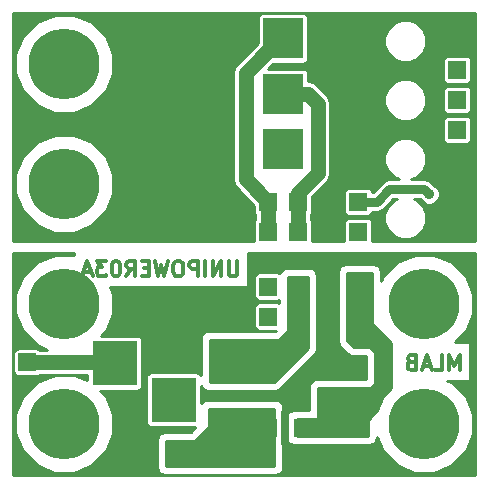
<source format=gbr>
G04 #@! TF.FileFunction,Copper,L2,Bot,Signal*
%FSLAX46Y46*%
G04 Gerber Fmt 4.6, Leading zero omitted, Abs format (unit mm)*
G04 Created by KiCad (PCBNEW 4.0.1-stable) date 18. 2. 2016 11:55:29*
%MOMM*%
G01*
G04 APERTURE LIST*
%ADD10C,0.300000*%
%ADD11C,6.000000*%
%ADD12R,1.524000X1.524000*%
%ADD13R,3.810000X3.810000*%
%ADD14R,1.300000X1.500000*%
%ADD15R,0.700000X3.000000*%
%ADD16R,3.400000X3.400000*%
%ADD17R,2.499360X1.800860*%
%ADD18R,3.810000X3.330000*%
%ADD19C,0.890000*%
%ADD20C,1.300000*%
%ADD21C,0.800000*%
%ADD22C,0.254000*%
G04 APERTURE END LIST*
D10*
X38552166Y9635405D02*
X38552166Y10935405D01*
X38118833Y10006833D01*
X37685500Y10935405D01*
X37685500Y9635405D01*
X36447405Y9635405D02*
X37066452Y9635405D01*
X37066452Y10935405D01*
X36075976Y10006833D02*
X35456928Y10006833D01*
X36199785Y9635405D02*
X35766452Y10935405D01*
X35333119Y9635405D01*
X34466452Y10316357D02*
X34280738Y10254452D01*
X34218833Y10192548D01*
X34156928Y10068738D01*
X34156928Y9883024D01*
X34218833Y9759214D01*
X34280738Y9697310D01*
X34404547Y9635405D01*
X34899785Y9635405D01*
X34899785Y10935405D01*
X34466452Y10935405D01*
X34342642Y10873500D01*
X34280738Y10811595D01*
X34218833Y10687786D01*
X34218833Y10563976D01*
X34280738Y10440167D01*
X34342642Y10378262D01*
X34466452Y10316357D01*
X34899785Y10316357D01*
X19740547Y18872905D02*
X19740547Y17820524D01*
X19678642Y17696714D01*
X19616738Y17634810D01*
X19492928Y17572905D01*
X19245309Y17572905D01*
X19121500Y17634810D01*
X19059595Y17696714D01*
X18997690Y17820524D01*
X18997690Y18872905D01*
X18378642Y17572905D02*
X18378642Y18872905D01*
X17635785Y17572905D01*
X17635785Y18872905D01*
X17016737Y17572905D02*
X17016737Y18872905D01*
X16397689Y17572905D02*
X16397689Y18872905D01*
X15902451Y18872905D01*
X15778642Y18811000D01*
X15716737Y18749095D01*
X15654832Y18625286D01*
X15654832Y18439571D01*
X15716737Y18315762D01*
X15778642Y18253857D01*
X15902451Y18191952D01*
X16397689Y18191952D01*
X14850070Y18872905D02*
X14602451Y18872905D01*
X14478642Y18811000D01*
X14354832Y18687190D01*
X14292927Y18439571D01*
X14292927Y18006238D01*
X14354832Y17758619D01*
X14478642Y17634810D01*
X14602451Y17572905D01*
X14850070Y17572905D01*
X14973880Y17634810D01*
X15097689Y17758619D01*
X15159594Y18006238D01*
X15159594Y18439571D01*
X15097689Y18687190D01*
X14973880Y18811000D01*
X14850070Y18872905D01*
X13859594Y18872905D02*
X13550070Y17572905D01*
X13302451Y18501476D01*
X13054832Y17572905D01*
X12745308Y18872905D01*
X12250070Y18253857D02*
X11816737Y18253857D01*
X11631023Y17572905D02*
X12250070Y17572905D01*
X12250070Y18872905D01*
X11631023Y18872905D01*
X10331023Y17572905D02*
X10764356Y18191952D01*
X11073880Y17572905D02*
X11073880Y18872905D01*
X10578642Y18872905D01*
X10454833Y18811000D01*
X10392928Y18749095D01*
X10331023Y18625286D01*
X10331023Y18439571D01*
X10392928Y18315762D01*
X10454833Y18253857D01*
X10578642Y18191952D01*
X11073880Y18191952D01*
X9526261Y18872905D02*
X9402452Y18872905D01*
X9278642Y18811000D01*
X9216737Y18749095D01*
X9154833Y18625286D01*
X9092928Y18377667D01*
X9092928Y18068143D01*
X9154833Y17820524D01*
X9216737Y17696714D01*
X9278642Y17634810D01*
X9402452Y17572905D01*
X9526261Y17572905D01*
X9650071Y17634810D01*
X9711975Y17696714D01*
X9773880Y17820524D01*
X9835785Y18068143D01*
X9835785Y18377667D01*
X9773880Y18625286D01*
X9711975Y18749095D01*
X9650071Y18811000D01*
X9526261Y18872905D01*
X8659595Y18872905D02*
X7854833Y18872905D01*
X8288166Y18377667D01*
X8102452Y18377667D01*
X7978642Y18315762D01*
X7916738Y18253857D01*
X7854833Y18130048D01*
X7854833Y17820524D01*
X7916738Y17696714D01*
X7978642Y17634810D01*
X8102452Y17572905D01*
X8473880Y17572905D01*
X8597690Y17634810D01*
X8659595Y17696714D01*
X7359595Y17944333D02*
X6740547Y17944333D01*
X7483404Y17572905D02*
X7050071Y18872905D01*
X6616738Y17572905D01*
D11*
X35560000Y15240000D03*
D12*
X29972000Y2095500D03*
X27432000Y2095500D03*
X29972000Y4635500D03*
X27432000Y4635500D03*
X29972000Y7175500D03*
X27432000Y7175500D03*
X29972000Y9715500D03*
X27432000Y9715500D03*
D13*
X14351000Y13312000D03*
X14351000Y7112000D03*
X9351000Y10212000D03*
D14*
X22462500Y4699000D03*
D15*
X23812500Y4699000D03*
D14*
X25162500Y4699000D03*
D12*
X22352000Y14160500D03*
X22352000Y16700500D03*
X22352000Y21336000D03*
X22352000Y23876000D03*
X24892000Y21336000D03*
X24892000Y23876000D03*
X24892000Y14160500D03*
X24892000Y16700500D03*
X38354000Y35052000D03*
X38354000Y29972000D03*
D16*
X23622000Y28320000D03*
X23622000Y33020000D03*
X23622000Y37720000D03*
D11*
X5080000Y15240000D03*
X35560000Y5080000D03*
X5080000Y5080000D03*
X5080000Y25400000D03*
X5080000Y35560000D03*
D12*
X38354000Y32512000D03*
D17*
X11018520Y2540000D03*
X15016480Y2540000D03*
D12*
X29972000Y14160500D03*
X29972000Y16700500D03*
X29972000Y21336000D03*
X29972000Y23876000D03*
X27432000Y21336000D03*
X27432000Y23876000D03*
X27432000Y14160500D03*
X27432000Y16700500D03*
D18*
X19367500Y10403000D03*
X19367500Y4583000D03*
D12*
X1968500Y10287000D03*
D19*
X13081000Y24130000D03*
X36004500Y24511000D03*
D20*
X1968500Y10287000D02*
X9276000Y10287000D01*
X9276000Y10287000D02*
X9351000Y10212000D01*
D21*
X35559501Y24955999D02*
X32613999Y24955999D01*
X32613999Y24955999D02*
X31534000Y23876000D01*
X31534000Y23876000D02*
X29972000Y23876000D01*
X36004500Y24511000D02*
X35559501Y24955999D01*
D20*
X20447000Y34775002D02*
X20447000Y25781000D01*
X23622000Y37720000D02*
X23391998Y37720000D01*
X23391998Y37720000D02*
X20447000Y34775002D01*
X22352000Y23876000D02*
X20447000Y25781000D01*
X22352000Y21336000D02*
X22352000Y23876000D01*
X26543000Y32194500D02*
X25717500Y33020000D01*
X25717500Y33020000D02*
X23622000Y33020000D01*
X26543000Y26310998D02*
X26543000Y32194500D01*
X24892000Y23876000D02*
X24892000Y24659998D01*
X24892000Y24659998D02*
X26543000Y26310998D01*
X24892000Y21336000D02*
X24892000Y23876000D01*
D22*
G36*
X22815060Y6199000D02*
X22815060Y3199000D01*
X22859338Y2963683D01*
X22860000Y2962654D01*
X22860000Y1524000D01*
X13716000Y1524000D01*
X13716000Y3619500D01*
X16065500Y3619500D01*
X16114910Y3629506D01*
X16155303Y3656697D01*
X17298303Y4799697D01*
X17326166Y4841711D01*
X17335500Y4889500D01*
X17335500Y6350000D01*
X22845638Y6350000D01*
X22815060Y6199000D01*
X22815060Y6199000D01*
G37*
X22815060Y6199000D02*
X22815060Y3199000D01*
X22859338Y2963683D01*
X22860000Y2962654D01*
X22860000Y1524000D01*
X13716000Y1524000D01*
X13716000Y3619500D01*
X16065500Y3619500D01*
X16114910Y3629506D01*
X16155303Y3656697D01*
X17298303Y4799697D01*
X17326166Y4841711D01*
X17335500Y4889500D01*
X17335500Y6350000D01*
X22845638Y6350000D01*
X22815060Y6199000D01*
G36*
X30797500Y4064000D02*
X24809940Y4064000D01*
X24809940Y5461000D01*
X30797500Y5461000D01*
X30797500Y4064000D01*
X30797500Y4064000D01*
G37*
X30797500Y4064000D02*
X24809940Y4064000D01*
X24809940Y5461000D01*
X30797500Y5461000D01*
X30797500Y4064000D01*
G36*
X31115000Y13652500D02*
X31125006Y13603090D01*
X31152197Y13562697D01*
X32766000Y11948894D01*
X32766000Y8122245D01*
X32063340Y7420810D01*
X31562821Y6215427D01*
X30871145Y5523751D01*
X26606500Y5462827D01*
X26606500Y8128000D01*
X30988000Y8128000D01*
X31037410Y8138006D01*
X31077803Y8165197D01*
X31395303Y8482697D01*
X31423166Y8524711D01*
X31432500Y8572500D01*
X31432500Y11049000D01*
X31422494Y11098410D01*
X31395303Y11138803D01*
X31014303Y11519803D01*
X30972289Y11547666D01*
X30924500Y11557000D01*
X29580106Y11557000D01*
X29019500Y12117606D01*
X29019500Y17843500D01*
X31115000Y17843500D01*
X31115000Y13652500D01*
X31115000Y13652500D01*
G37*
X31115000Y13652500D02*
X31125006Y13603090D01*
X31152197Y13562697D01*
X32766000Y11948894D01*
X32766000Y8122245D01*
X32063340Y7420810D01*
X31562821Y6215427D01*
X30871145Y5523751D01*
X26606500Y5462827D01*
X26606500Y8128000D01*
X30988000Y8128000D01*
X31037410Y8138006D01*
X31077803Y8165197D01*
X31395303Y8482697D01*
X31423166Y8524711D01*
X31432500Y8572500D01*
X31432500Y11049000D01*
X31422494Y11098410D01*
X31395303Y11138803D01*
X31014303Y11519803D01*
X30972289Y11547666D01*
X30924500Y11557000D01*
X29580106Y11557000D01*
X29019500Y12117606D01*
X29019500Y17843500D01*
X31115000Y17843500D01*
X31115000Y13652500D01*
G36*
X25717500Y11482606D02*
X22870894Y8636000D01*
X17399000Y8636000D01*
X17399000Y12192000D01*
X23241000Y12192000D01*
X23290410Y12202006D01*
X23330803Y12229197D01*
X24029303Y12927697D01*
X24057166Y12969711D01*
X24066500Y13017500D01*
X24066500Y17526000D01*
X25717500Y17526000D01*
X25717500Y11482606D01*
X25717500Y11482606D01*
G37*
X25717500Y11482606D02*
X22870894Y8636000D01*
X17399000Y8636000D01*
X17399000Y12192000D01*
X23241000Y12192000D01*
X23290410Y12202006D01*
X23330803Y12229197D01*
X24029303Y12927697D01*
X24057166Y12969711D01*
X24066500Y13017500D01*
X24066500Y17526000D01*
X25717500Y17526000D01*
X25717500Y11482606D01*
G36*
X5915929Y19361542D02*
X5904513Y19366282D01*
X4262690Y19367715D01*
X2745296Y18740741D01*
X1583340Y17580810D01*
X953718Y16064513D01*
X952285Y14422690D01*
X1579259Y12905296D01*
X2739190Y11743340D01*
X3652741Y11364000D01*
X3025840Y11364000D01*
X2899881Y11450064D01*
X2730500Y11484365D01*
X1206500Y11484365D01*
X1048263Y11454591D01*
X902933Y11361073D01*
X805436Y11218381D01*
X771135Y11049000D01*
X771135Y9525000D01*
X800909Y9366763D01*
X894427Y9221433D01*
X1037119Y9123936D01*
X1206500Y9089635D01*
X2730500Y9089635D01*
X2888737Y9119409D01*
X3029518Y9210000D01*
X7010635Y9210000D01*
X7010635Y8746980D01*
X5904513Y9206282D01*
X4262690Y9207715D01*
X2745296Y8580741D01*
X1583340Y7420810D01*
X953718Y5904513D01*
X952285Y4262690D01*
X1579259Y2745296D01*
X2739190Y1583340D01*
X4255487Y953718D01*
X5897310Y952285D01*
X7414704Y1579259D01*
X8576660Y2739190D01*
X9206282Y4255487D01*
X9207715Y5897310D01*
X8580741Y7414704D01*
X8124606Y7871635D01*
X11256000Y7871635D01*
X11414237Y7901409D01*
X11559567Y7994927D01*
X11657064Y8137619D01*
X11691365Y8307000D01*
X11691365Y9017000D01*
X12010635Y9017000D01*
X12010635Y5207000D01*
X12040409Y5048763D01*
X12133927Y4903433D01*
X12276619Y4805936D01*
X12446000Y4771635D01*
X16192609Y4771635D01*
X15802474Y4381500D01*
X13589000Y4381500D01*
X13358205Y4338073D01*
X13146233Y4201673D01*
X13004029Y3993551D01*
X12954000Y3746500D01*
X12954000Y1397000D01*
X12997427Y1166205D01*
X13133827Y954233D01*
X13341949Y812029D01*
X13589000Y762000D01*
X22987000Y762000D01*
X23217795Y805427D01*
X23429767Y941827D01*
X23571971Y1149949D01*
X23622000Y1397000D01*
X23622000Y5588000D01*
X23876000Y5588000D01*
X23876000Y3937000D01*
X23919427Y3706205D01*
X24055827Y3494233D01*
X24263949Y3352029D01*
X24511000Y3302000D01*
X30924500Y3302000D01*
X31155295Y3345427D01*
X31367267Y3481827D01*
X31509471Y3689949D01*
X31559500Y3937000D01*
X31559500Y3954806D01*
X32059259Y2745296D01*
X33219190Y1583340D01*
X34735487Y953718D01*
X36377310Y952285D01*
X37894704Y1579259D01*
X39056660Y2739190D01*
X39686282Y4255487D01*
X39687715Y5897310D01*
X39060741Y7414704D01*
X37900810Y8576660D01*
X37515873Y8736500D01*
X39438691Y8736500D01*
X39438691Y12010500D01*
X38166419Y12010500D01*
X39056660Y12899190D01*
X39686282Y14415487D01*
X39687715Y16057310D01*
X39060741Y17574704D01*
X37900810Y18736660D01*
X36384513Y19366282D01*
X34742690Y19367715D01*
X33225296Y18740741D01*
X32063340Y17580810D01*
X31877000Y17132054D01*
X31877000Y17970500D01*
X31833573Y18201295D01*
X31697173Y18413267D01*
X31489051Y18555471D01*
X31242000Y18605500D01*
X28892500Y18605500D01*
X28661705Y18562073D01*
X28449733Y18425673D01*
X28307529Y18217551D01*
X28257500Y17970500D01*
X28257500Y12065000D01*
X28304172Y11826054D01*
X28443487Y11615987D01*
X29078487Y10980987D01*
X29280449Y10845029D01*
X29527500Y10795000D01*
X30661474Y10795000D01*
X30670500Y10785974D01*
X30670500Y8890000D01*
X26479500Y8890000D01*
X26248705Y8846573D01*
X26036733Y8710173D01*
X25894529Y8502051D01*
X25844500Y8255000D01*
X25844500Y6223000D01*
X24511000Y6223000D01*
X24280205Y6179573D01*
X24068233Y6043173D01*
X23926029Y5835051D01*
X23876000Y5588000D01*
X23622000Y5588000D01*
X23622000Y6477000D01*
X23578573Y6707795D01*
X23442173Y6919767D01*
X23234051Y7061971D01*
X22987000Y7112000D01*
X17208500Y7112000D01*
X16977705Y7068573D01*
X16765733Y6932173D01*
X16691365Y6823332D01*
X16691365Y8261207D01*
X16816827Y8066233D01*
X17024949Y7924029D01*
X17272000Y7874000D01*
X22923500Y7874000D01*
X23162446Y7920672D01*
X23372513Y8059987D01*
X26293513Y10980987D01*
X26429471Y11182949D01*
X26479500Y11430000D01*
X26479500Y17653000D01*
X26436073Y17883795D01*
X26299673Y18095767D01*
X26091551Y18237971D01*
X25844500Y18288000D01*
X23939500Y18288000D01*
X23708705Y18244573D01*
X23496733Y18108173D01*
X23354529Y17900051D01*
X23339390Y17825294D01*
X23283381Y17863564D01*
X23114000Y17897865D01*
X21590000Y17897865D01*
X21431763Y17868091D01*
X21286433Y17774573D01*
X21188936Y17631881D01*
X21154635Y17462500D01*
X21154635Y15938500D01*
X21184409Y15780263D01*
X21277927Y15634933D01*
X21420619Y15537436D01*
X21590000Y15503135D01*
X23114000Y15503135D01*
X23272237Y15532909D01*
X23304500Y15553670D01*
X23304500Y15309134D01*
X23283381Y15323564D01*
X23114000Y15357865D01*
X21590000Y15357865D01*
X21431763Y15328091D01*
X21286433Y15234573D01*
X21188936Y15091881D01*
X21154635Y14922500D01*
X21154635Y13398500D01*
X21184409Y13240263D01*
X21277927Y13094933D01*
X21420619Y12997436D01*
X21590000Y12963135D01*
X22987109Y12963135D01*
X22977974Y12954000D01*
X17272000Y12954000D01*
X17041205Y12910573D01*
X16829233Y12774173D01*
X16687029Y12566051D01*
X16637000Y12319000D01*
X16637000Y9213452D01*
X16568073Y9320567D01*
X16425381Y9418064D01*
X16256000Y9452365D01*
X12446000Y9452365D01*
X12287763Y9422591D01*
X12142433Y9329073D01*
X12044936Y9186381D01*
X12010635Y9017000D01*
X11691365Y9017000D01*
X11691365Y12117000D01*
X11661591Y12275237D01*
X11568073Y12420567D01*
X11425381Y12518064D01*
X11256000Y12552365D01*
X8229230Y12552365D01*
X8576660Y12899190D01*
X9206282Y14415487D01*
X9207715Y16057310D01*
X8952904Y16674000D01*
X20627072Y16674000D01*
X20627072Y19564000D01*
X39884000Y19564000D01*
X39884000Y756000D01*
X756000Y756000D01*
X756000Y19564000D01*
X5915929Y19564000D01*
X5915929Y19361542D01*
X5915929Y19361542D01*
G37*
X5915929Y19361542D02*
X5904513Y19366282D01*
X4262690Y19367715D01*
X2745296Y18740741D01*
X1583340Y17580810D01*
X953718Y16064513D01*
X952285Y14422690D01*
X1579259Y12905296D01*
X2739190Y11743340D01*
X3652741Y11364000D01*
X3025840Y11364000D01*
X2899881Y11450064D01*
X2730500Y11484365D01*
X1206500Y11484365D01*
X1048263Y11454591D01*
X902933Y11361073D01*
X805436Y11218381D01*
X771135Y11049000D01*
X771135Y9525000D01*
X800909Y9366763D01*
X894427Y9221433D01*
X1037119Y9123936D01*
X1206500Y9089635D01*
X2730500Y9089635D01*
X2888737Y9119409D01*
X3029518Y9210000D01*
X7010635Y9210000D01*
X7010635Y8746980D01*
X5904513Y9206282D01*
X4262690Y9207715D01*
X2745296Y8580741D01*
X1583340Y7420810D01*
X953718Y5904513D01*
X952285Y4262690D01*
X1579259Y2745296D01*
X2739190Y1583340D01*
X4255487Y953718D01*
X5897310Y952285D01*
X7414704Y1579259D01*
X8576660Y2739190D01*
X9206282Y4255487D01*
X9207715Y5897310D01*
X8580741Y7414704D01*
X8124606Y7871635D01*
X11256000Y7871635D01*
X11414237Y7901409D01*
X11559567Y7994927D01*
X11657064Y8137619D01*
X11691365Y8307000D01*
X11691365Y9017000D01*
X12010635Y9017000D01*
X12010635Y5207000D01*
X12040409Y5048763D01*
X12133927Y4903433D01*
X12276619Y4805936D01*
X12446000Y4771635D01*
X16192609Y4771635D01*
X15802474Y4381500D01*
X13589000Y4381500D01*
X13358205Y4338073D01*
X13146233Y4201673D01*
X13004029Y3993551D01*
X12954000Y3746500D01*
X12954000Y1397000D01*
X12997427Y1166205D01*
X13133827Y954233D01*
X13341949Y812029D01*
X13589000Y762000D01*
X22987000Y762000D01*
X23217795Y805427D01*
X23429767Y941827D01*
X23571971Y1149949D01*
X23622000Y1397000D01*
X23622000Y5588000D01*
X23876000Y5588000D01*
X23876000Y3937000D01*
X23919427Y3706205D01*
X24055827Y3494233D01*
X24263949Y3352029D01*
X24511000Y3302000D01*
X30924500Y3302000D01*
X31155295Y3345427D01*
X31367267Y3481827D01*
X31509471Y3689949D01*
X31559500Y3937000D01*
X31559500Y3954806D01*
X32059259Y2745296D01*
X33219190Y1583340D01*
X34735487Y953718D01*
X36377310Y952285D01*
X37894704Y1579259D01*
X39056660Y2739190D01*
X39686282Y4255487D01*
X39687715Y5897310D01*
X39060741Y7414704D01*
X37900810Y8576660D01*
X37515873Y8736500D01*
X39438691Y8736500D01*
X39438691Y12010500D01*
X38166419Y12010500D01*
X39056660Y12899190D01*
X39686282Y14415487D01*
X39687715Y16057310D01*
X39060741Y17574704D01*
X37900810Y18736660D01*
X36384513Y19366282D01*
X34742690Y19367715D01*
X33225296Y18740741D01*
X32063340Y17580810D01*
X31877000Y17132054D01*
X31877000Y17970500D01*
X31833573Y18201295D01*
X31697173Y18413267D01*
X31489051Y18555471D01*
X31242000Y18605500D01*
X28892500Y18605500D01*
X28661705Y18562073D01*
X28449733Y18425673D01*
X28307529Y18217551D01*
X28257500Y17970500D01*
X28257500Y12065000D01*
X28304172Y11826054D01*
X28443487Y11615987D01*
X29078487Y10980987D01*
X29280449Y10845029D01*
X29527500Y10795000D01*
X30661474Y10795000D01*
X30670500Y10785974D01*
X30670500Y8890000D01*
X26479500Y8890000D01*
X26248705Y8846573D01*
X26036733Y8710173D01*
X25894529Y8502051D01*
X25844500Y8255000D01*
X25844500Y6223000D01*
X24511000Y6223000D01*
X24280205Y6179573D01*
X24068233Y6043173D01*
X23926029Y5835051D01*
X23876000Y5588000D01*
X23622000Y5588000D01*
X23622000Y6477000D01*
X23578573Y6707795D01*
X23442173Y6919767D01*
X23234051Y7061971D01*
X22987000Y7112000D01*
X17208500Y7112000D01*
X16977705Y7068573D01*
X16765733Y6932173D01*
X16691365Y6823332D01*
X16691365Y8261207D01*
X16816827Y8066233D01*
X17024949Y7924029D01*
X17272000Y7874000D01*
X22923500Y7874000D01*
X23162446Y7920672D01*
X23372513Y8059987D01*
X26293513Y10980987D01*
X26429471Y11182949D01*
X26479500Y11430000D01*
X26479500Y17653000D01*
X26436073Y17883795D01*
X26299673Y18095767D01*
X26091551Y18237971D01*
X25844500Y18288000D01*
X23939500Y18288000D01*
X23708705Y18244573D01*
X23496733Y18108173D01*
X23354529Y17900051D01*
X23339390Y17825294D01*
X23283381Y17863564D01*
X23114000Y17897865D01*
X21590000Y17897865D01*
X21431763Y17868091D01*
X21286433Y17774573D01*
X21188936Y17631881D01*
X21154635Y17462500D01*
X21154635Y15938500D01*
X21184409Y15780263D01*
X21277927Y15634933D01*
X21420619Y15537436D01*
X21590000Y15503135D01*
X23114000Y15503135D01*
X23272237Y15532909D01*
X23304500Y15553670D01*
X23304500Y15309134D01*
X23283381Y15323564D01*
X23114000Y15357865D01*
X21590000Y15357865D01*
X21431763Y15328091D01*
X21286433Y15234573D01*
X21188936Y15091881D01*
X21154635Y14922500D01*
X21154635Y13398500D01*
X21184409Y13240263D01*
X21277927Y13094933D01*
X21420619Y12997436D01*
X21590000Y12963135D01*
X22987109Y12963135D01*
X22977974Y12954000D01*
X17272000Y12954000D01*
X17041205Y12910573D01*
X16829233Y12774173D01*
X16687029Y12566051D01*
X16637000Y12319000D01*
X16637000Y9213452D01*
X16568073Y9320567D01*
X16425381Y9418064D01*
X16256000Y9452365D01*
X12446000Y9452365D01*
X12287763Y9422591D01*
X12142433Y9329073D01*
X12044936Y9186381D01*
X12010635Y9017000D01*
X11691365Y9017000D01*
X11691365Y12117000D01*
X11661591Y12275237D01*
X11568073Y12420567D01*
X11425381Y12518064D01*
X11256000Y12552365D01*
X8229230Y12552365D01*
X8576660Y12899190D01*
X9206282Y14415487D01*
X9207715Y16057310D01*
X8952904Y16674000D01*
X20627072Y16674000D01*
X20627072Y19564000D01*
X39884000Y19564000D01*
X39884000Y756000D01*
X756000Y756000D01*
X756000Y19564000D01*
X5915929Y19564000D01*
X5915929Y19361542D01*
G36*
X39884000Y20568000D02*
X31168150Y20568000D01*
X31169365Y20574000D01*
X31169365Y22098000D01*
X31139591Y22256237D01*
X31046073Y22401567D01*
X30903381Y22499064D01*
X30734000Y22533365D01*
X29210000Y22533365D01*
X29051763Y22503591D01*
X28906433Y22410073D01*
X28808936Y22267381D01*
X28774635Y22098000D01*
X28774635Y20574000D01*
X28775764Y20568000D01*
X26088150Y20568000D01*
X26089365Y20574000D01*
X26089365Y22098000D01*
X26059591Y22256237D01*
X25969000Y22397018D01*
X25969000Y22818660D01*
X26055064Y22944619D01*
X26089365Y23114000D01*
X26089365Y24334255D01*
X26393110Y24638000D01*
X28774635Y24638000D01*
X28774635Y23114000D01*
X28804409Y22955763D01*
X28897927Y22810433D01*
X29040619Y22712936D01*
X29210000Y22678635D01*
X30734000Y22678635D01*
X30892237Y22708409D01*
X31037567Y22801927D01*
X31135064Y22944619D01*
X31156202Y23049000D01*
X31534000Y23049000D01*
X31850479Y23111952D01*
X32118777Y23291223D01*
X32956553Y24128999D01*
X33261651Y24128999D01*
X32967226Y24007345D01*
X32466912Y23507904D01*
X32195810Y22855018D01*
X32195193Y22148084D01*
X32465155Y21494726D01*
X32964596Y20994412D01*
X33617482Y20723310D01*
X34324416Y20722693D01*
X34977774Y20992655D01*
X35478088Y21492096D01*
X35749190Y22144982D01*
X35749807Y22851916D01*
X35479845Y23505274D01*
X34980404Y24005588D01*
X34683197Y24128999D01*
X35216946Y24128999D01*
X35220164Y24125781D01*
X35264824Y24017697D01*
X35509907Y23772186D01*
X35830288Y23639152D01*
X36177190Y23638849D01*
X36497803Y23771324D01*
X36743314Y24016407D01*
X36876348Y24336788D01*
X36876651Y24683690D01*
X36744176Y25004303D01*
X36499093Y25249814D01*
X36389899Y25295155D01*
X36144278Y25540776D01*
X35875980Y25720047D01*
X35559501Y25782999D01*
X34481259Y25782999D01*
X34977774Y25988155D01*
X35478088Y26487596D01*
X35749190Y27140482D01*
X35749807Y27847416D01*
X35479845Y28500774D01*
X34980404Y29001088D01*
X34327518Y29272190D01*
X33620584Y29272807D01*
X32967226Y29002845D01*
X32466912Y28503404D01*
X32195810Y27850518D01*
X32195193Y27143584D01*
X32465155Y26490226D01*
X32964596Y25989912D01*
X33462898Y25782999D01*
X32613999Y25782999D01*
X32297520Y25720047D01*
X32029222Y25540776D01*
X31191446Y24703000D01*
X31157135Y24703000D01*
X31139591Y24796237D01*
X31046073Y24941567D01*
X30903381Y25039064D01*
X30734000Y25073365D01*
X29210000Y25073365D01*
X29051763Y25043591D01*
X28906433Y24950073D01*
X28808936Y24807381D01*
X28774635Y24638000D01*
X26393110Y24638000D01*
X27304554Y25549444D01*
X27538018Y25898848D01*
X27620000Y26310998D01*
X27620000Y32148084D01*
X32195193Y32148084D01*
X32465155Y31494726D01*
X32964596Y30994412D01*
X33617482Y30723310D01*
X34324416Y30722693D01*
X34351781Y30734000D01*
X37156635Y30734000D01*
X37156635Y29210000D01*
X37186409Y29051763D01*
X37279927Y28906433D01*
X37422619Y28808936D01*
X37592000Y28774635D01*
X39116000Y28774635D01*
X39274237Y28804409D01*
X39419567Y28897927D01*
X39517064Y29040619D01*
X39551365Y29210000D01*
X39551365Y30734000D01*
X39521591Y30892237D01*
X39428073Y31037567D01*
X39285381Y31135064D01*
X39116000Y31169365D01*
X37592000Y31169365D01*
X37433763Y31139591D01*
X37288433Y31046073D01*
X37190936Y30903381D01*
X37156635Y30734000D01*
X34351781Y30734000D01*
X34977774Y30992655D01*
X35478088Y31492096D01*
X35749190Y32144982D01*
X35749807Y32851916D01*
X35575406Y33274000D01*
X37156635Y33274000D01*
X37156635Y31750000D01*
X37186409Y31591763D01*
X37279927Y31446433D01*
X37422619Y31348936D01*
X37592000Y31314635D01*
X39116000Y31314635D01*
X39274237Y31344409D01*
X39419567Y31437927D01*
X39517064Y31580619D01*
X39551365Y31750000D01*
X39551365Y33274000D01*
X39521591Y33432237D01*
X39428073Y33577567D01*
X39285381Y33675064D01*
X39116000Y33709365D01*
X37592000Y33709365D01*
X37433763Y33679591D01*
X37288433Y33586073D01*
X37190936Y33443381D01*
X37156635Y33274000D01*
X35575406Y33274000D01*
X35479845Y33505274D01*
X34980404Y34005588D01*
X34327518Y34276690D01*
X33620584Y34277307D01*
X32967226Y34007345D01*
X32466912Y33507904D01*
X32195810Y32855018D01*
X32195193Y32148084D01*
X27620000Y32148084D01*
X27620000Y32194500D01*
X27538018Y32606650D01*
X27304554Y32956054D01*
X26479054Y33781554D01*
X26129650Y34015018D01*
X25757365Y34089070D01*
X25757365Y34720000D01*
X25727591Y34878237D01*
X25634073Y35023567D01*
X25491381Y35121064D01*
X25322000Y35155365D01*
X22350471Y35155365D01*
X22779741Y35584635D01*
X25322000Y35584635D01*
X25480237Y35614409D01*
X25625567Y35707927D01*
X25723064Y35850619D01*
X25757365Y36020000D01*
X25757365Y37148084D01*
X32195193Y37148084D01*
X32465155Y36494726D01*
X32964596Y35994412D01*
X33617482Y35723310D01*
X34324416Y35722693D01*
X34545395Y35814000D01*
X37156635Y35814000D01*
X37156635Y34290000D01*
X37186409Y34131763D01*
X37279927Y33986433D01*
X37422619Y33888936D01*
X37592000Y33854635D01*
X39116000Y33854635D01*
X39274237Y33884409D01*
X39419567Y33977927D01*
X39517064Y34120619D01*
X39551365Y34290000D01*
X39551365Y35814000D01*
X39521591Y35972237D01*
X39428073Y36117567D01*
X39285381Y36215064D01*
X39116000Y36249365D01*
X37592000Y36249365D01*
X37433763Y36219591D01*
X37288433Y36126073D01*
X37190936Y35983381D01*
X37156635Y35814000D01*
X34545395Y35814000D01*
X34977774Y35992655D01*
X35478088Y36492096D01*
X35749190Y37144982D01*
X35749807Y37851916D01*
X35479845Y38505274D01*
X34980404Y39005588D01*
X34327518Y39276690D01*
X33620584Y39277307D01*
X32967226Y39007345D01*
X32466912Y38507904D01*
X32195810Y37855018D01*
X32195193Y37148084D01*
X25757365Y37148084D01*
X25757365Y39420000D01*
X25727591Y39578237D01*
X25634073Y39723567D01*
X25491381Y39821064D01*
X25322000Y39855365D01*
X21922000Y39855365D01*
X21763763Y39825591D01*
X21618433Y39732073D01*
X21520936Y39589381D01*
X21486635Y39420000D01*
X21486635Y37337745D01*
X19685446Y35536556D01*
X19451982Y35187152D01*
X19370000Y34775002D01*
X19370000Y25781000D01*
X19451982Y25368850D01*
X19685446Y25019446D01*
X21154635Y23550257D01*
X21154635Y23114000D01*
X21184409Y22955763D01*
X21275000Y22814982D01*
X21275000Y22393340D01*
X21188936Y22267381D01*
X21154635Y22098000D01*
X21154635Y20574000D01*
X21155764Y20568000D01*
X756000Y20568000D01*
X756000Y24582690D01*
X952285Y24582690D01*
X1579259Y23065296D01*
X2739190Y21903340D01*
X4255487Y21273718D01*
X5897310Y21272285D01*
X7414704Y21899259D01*
X8576660Y23059190D01*
X9206282Y24575487D01*
X9207715Y26217310D01*
X8580741Y27734704D01*
X7420810Y28896660D01*
X5904513Y29526282D01*
X4262690Y29527715D01*
X2745296Y28900741D01*
X1583340Y27740810D01*
X953718Y26224513D01*
X952285Y24582690D01*
X756000Y24582690D01*
X756000Y34742690D01*
X952285Y34742690D01*
X1579259Y33225296D01*
X2739190Y32063340D01*
X4255487Y31433718D01*
X5897310Y31432285D01*
X7414704Y32059259D01*
X8576660Y33219190D01*
X9206282Y34735487D01*
X9207715Y36377310D01*
X8580741Y37894704D01*
X7420810Y39056660D01*
X5904513Y39686282D01*
X4262690Y39687715D01*
X2745296Y39060741D01*
X1583340Y37900810D01*
X953718Y36384513D01*
X952285Y34742690D01*
X756000Y34742690D01*
X756000Y39884000D01*
X39884000Y39884000D01*
X39884000Y20568000D01*
X39884000Y20568000D01*
G37*
X39884000Y20568000D02*
X31168150Y20568000D01*
X31169365Y20574000D01*
X31169365Y22098000D01*
X31139591Y22256237D01*
X31046073Y22401567D01*
X30903381Y22499064D01*
X30734000Y22533365D01*
X29210000Y22533365D01*
X29051763Y22503591D01*
X28906433Y22410073D01*
X28808936Y22267381D01*
X28774635Y22098000D01*
X28774635Y20574000D01*
X28775764Y20568000D01*
X26088150Y20568000D01*
X26089365Y20574000D01*
X26089365Y22098000D01*
X26059591Y22256237D01*
X25969000Y22397018D01*
X25969000Y22818660D01*
X26055064Y22944619D01*
X26089365Y23114000D01*
X26089365Y24334255D01*
X26393110Y24638000D01*
X28774635Y24638000D01*
X28774635Y23114000D01*
X28804409Y22955763D01*
X28897927Y22810433D01*
X29040619Y22712936D01*
X29210000Y22678635D01*
X30734000Y22678635D01*
X30892237Y22708409D01*
X31037567Y22801927D01*
X31135064Y22944619D01*
X31156202Y23049000D01*
X31534000Y23049000D01*
X31850479Y23111952D01*
X32118777Y23291223D01*
X32956553Y24128999D01*
X33261651Y24128999D01*
X32967226Y24007345D01*
X32466912Y23507904D01*
X32195810Y22855018D01*
X32195193Y22148084D01*
X32465155Y21494726D01*
X32964596Y20994412D01*
X33617482Y20723310D01*
X34324416Y20722693D01*
X34977774Y20992655D01*
X35478088Y21492096D01*
X35749190Y22144982D01*
X35749807Y22851916D01*
X35479845Y23505274D01*
X34980404Y24005588D01*
X34683197Y24128999D01*
X35216946Y24128999D01*
X35220164Y24125781D01*
X35264824Y24017697D01*
X35509907Y23772186D01*
X35830288Y23639152D01*
X36177190Y23638849D01*
X36497803Y23771324D01*
X36743314Y24016407D01*
X36876348Y24336788D01*
X36876651Y24683690D01*
X36744176Y25004303D01*
X36499093Y25249814D01*
X36389899Y25295155D01*
X36144278Y25540776D01*
X35875980Y25720047D01*
X35559501Y25782999D01*
X34481259Y25782999D01*
X34977774Y25988155D01*
X35478088Y26487596D01*
X35749190Y27140482D01*
X35749807Y27847416D01*
X35479845Y28500774D01*
X34980404Y29001088D01*
X34327518Y29272190D01*
X33620584Y29272807D01*
X32967226Y29002845D01*
X32466912Y28503404D01*
X32195810Y27850518D01*
X32195193Y27143584D01*
X32465155Y26490226D01*
X32964596Y25989912D01*
X33462898Y25782999D01*
X32613999Y25782999D01*
X32297520Y25720047D01*
X32029222Y25540776D01*
X31191446Y24703000D01*
X31157135Y24703000D01*
X31139591Y24796237D01*
X31046073Y24941567D01*
X30903381Y25039064D01*
X30734000Y25073365D01*
X29210000Y25073365D01*
X29051763Y25043591D01*
X28906433Y24950073D01*
X28808936Y24807381D01*
X28774635Y24638000D01*
X26393110Y24638000D01*
X27304554Y25549444D01*
X27538018Y25898848D01*
X27620000Y26310998D01*
X27620000Y32148084D01*
X32195193Y32148084D01*
X32465155Y31494726D01*
X32964596Y30994412D01*
X33617482Y30723310D01*
X34324416Y30722693D01*
X34351781Y30734000D01*
X37156635Y30734000D01*
X37156635Y29210000D01*
X37186409Y29051763D01*
X37279927Y28906433D01*
X37422619Y28808936D01*
X37592000Y28774635D01*
X39116000Y28774635D01*
X39274237Y28804409D01*
X39419567Y28897927D01*
X39517064Y29040619D01*
X39551365Y29210000D01*
X39551365Y30734000D01*
X39521591Y30892237D01*
X39428073Y31037567D01*
X39285381Y31135064D01*
X39116000Y31169365D01*
X37592000Y31169365D01*
X37433763Y31139591D01*
X37288433Y31046073D01*
X37190936Y30903381D01*
X37156635Y30734000D01*
X34351781Y30734000D01*
X34977774Y30992655D01*
X35478088Y31492096D01*
X35749190Y32144982D01*
X35749807Y32851916D01*
X35575406Y33274000D01*
X37156635Y33274000D01*
X37156635Y31750000D01*
X37186409Y31591763D01*
X37279927Y31446433D01*
X37422619Y31348936D01*
X37592000Y31314635D01*
X39116000Y31314635D01*
X39274237Y31344409D01*
X39419567Y31437927D01*
X39517064Y31580619D01*
X39551365Y31750000D01*
X39551365Y33274000D01*
X39521591Y33432237D01*
X39428073Y33577567D01*
X39285381Y33675064D01*
X39116000Y33709365D01*
X37592000Y33709365D01*
X37433763Y33679591D01*
X37288433Y33586073D01*
X37190936Y33443381D01*
X37156635Y33274000D01*
X35575406Y33274000D01*
X35479845Y33505274D01*
X34980404Y34005588D01*
X34327518Y34276690D01*
X33620584Y34277307D01*
X32967226Y34007345D01*
X32466912Y33507904D01*
X32195810Y32855018D01*
X32195193Y32148084D01*
X27620000Y32148084D01*
X27620000Y32194500D01*
X27538018Y32606650D01*
X27304554Y32956054D01*
X26479054Y33781554D01*
X26129650Y34015018D01*
X25757365Y34089070D01*
X25757365Y34720000D01*
X25727591Y34878237D01*
X25634073Y35023567D01*
X25491381Y35121064D01*
X25322000Y35155365D01*
X22350471Y35155365D01*
X22779741Y35584635D01*
X25322000Y35584635D01*
X25480237Y35614409D01*
X25625567Y35707927D01*
X25723064Y35850619D01*
X25757365Y36020000D01*
X25757365Y37148084D01*
X32195193Y37148084D01*
X32465155Y36494726D01*
X32964596Y35994412D01*
X33617482Y35723310D01*
X34324416Y35722693D01*
X34545395Y35814000D01*
X37156635Y35814000D01*
X37156635Y34290000D01*
X37186409Y34131763D01*
X37279927Y33986433D01*
X37422619Y33888936D01*
X37592000Y33854635D01*
X39116000Y33854635D01*
X39274237Y33884409D01*
X39419567Y33977927D01*
X39517064Y34120619D01*
X39551365Y34290000D01*
X39551365Y35814000D01*
X39521591Y35972237D01*
X39428073Y36117567D01*
X39285381Y36215064D01*
X39116000Y36249365D01*
X37592000Y36249365D01*
X37433763Y36219591D01*
X37288433Y36126073D01*
X37190936Y35983381D01*
X37156635Y35814000D01*
X34545395Y35814000D01*
X34977774Y35992655D01*
X35478088Y36492096D01*
X35749190Y37144982D01*
X35749807Y37851916D01*
X35479845Y38505274D01*
X34980404Y39005588D01*
X34327518Y39276690D01*
X33620584Y39277307D01*
X32967226Y39007345D01*
X32466912Y38507904D01*
X32195810Y37855018D01*
X32195193Y37148084D01*
X25757365Y37148084D01*
X25757365Y39420000D01*
X25727591Y39578237D01*
X25634073Y39723567D01*
X25491381Y39821064D01*
X25322000Y39855365D01*
X21922000Y39855365D01*
X21763763Y39825591D01*
X21618433Y39732073D01*
X21520936Y39589381D01*
X21486635Y39420000D01*
X21486635Y37337745D01*
X19685446Y35536556D01*
X19451982Y35187152D01*
X19370000Y34775002D01*
X19370000Y25781000D01*
X19451982Y25368850D01*
X19685446Y25019446D01*
X21154635Y23550257D01*
X21154635Y23114000D01*
X21184409Y22955763D01*
X21275000Y22814982D01*
X21275000Y22393340D01*
X21188936Y22267381D01*
X21154635Y22098000D01*
X21154635Y20574000D01*
X21155764Y20568000D01*
X756000Y20568000D01*
X756000Y24582690D01*
X952285Y24582690D01*
X1579259Y23065296D01*
X2739190Y21903340D01*
X4255487Y21273718D01*
X5897310Y21272285D01*
X7414704Y21899259D01*
X8576660Y23059190D01*
X9206282Y24575487D01*
X9207715Y26217310D01*
X8580741Y27734704D01*
X7420810Y28896660D01*
X5904513Y29526282D01*
X4262690Y29527715D01*
X2745296Y28900741D01*
X1583340Y27740810D01*
X953718Y26224513D01*
X952285Y24582690D01*
X756000Y24582690D01*
X756000Y34742690D01*
X952285Y34742690D01*
X1579259Y33225296D01*
X2739190Y32063340D01*
X4255487Y31433718D01*
X5897310Y31432285D01*
X7414704Y32059259D01*
X8576660Y33219190D01*
X9206282Y34735487D01*
X9207715Y36377310D01*
X8580741Y37894704D01*
X7420810Y39056660D01*
X5904513Y39686282D01*
X4262690Y39687715D01*
X2745296Y39060741D01*
X1583340Y37900810D01*
X953718Y36384513D01*
X952285Y34742690D01*
X756000Y34742690D01*
X756000Y39884000D01*
X39884000Y39884000D01*
X39884000Y20568000D01*
M02*

</source>
